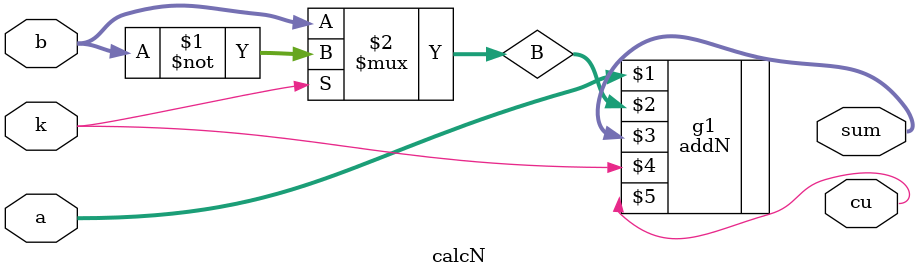
<source format=v>
module calcN (
    a, b, sum, k, cu
);
    parameter N = 8;

    input [N-1:0] a, b;
    input k;
    output [N-1:0] sum;
    output cu;

    wire[N-1:0] B = k ? ~b : b;
    addN #(
        .N(N)
    ) g1(a, B, sum, k, cu);

endmodule

</source>
